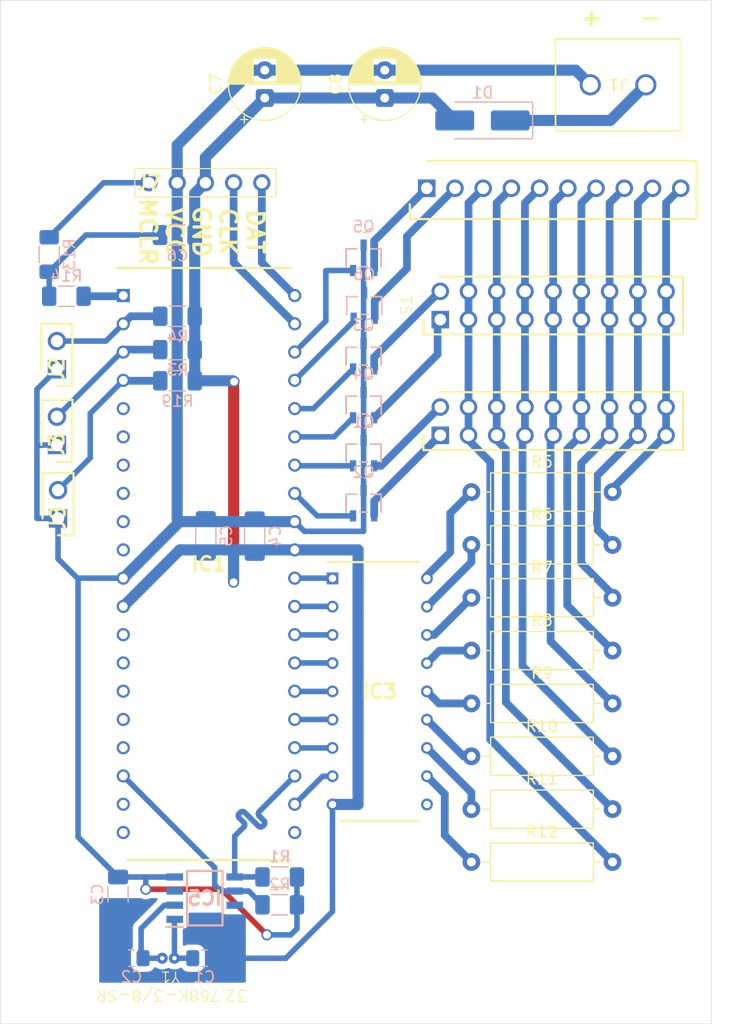
<source format=kicad_pcb>
(kicad_pcb (version 20241229) (generator "pcbnew") (generator_version "9.0")
  (layers (0 "F.Cu" signal) (2 "B.Cu" signal) (13 "F.Paste" user) (15 "B.Paste" user) (5 "F.SilkS" user "F.Silkscreen") (7 "B.SilkS" user "B.Silkscreen") (1 "F.Mask" user) (3 "B.Mask" user) (25 "Edge.Cuts" user))
  (net 0 "")
  (net 1 "Net-(IC5-X1)")
  (net 2 "Net-(IC5-X2)")
  (net 3 "/DP")
  (net 4 "Net-(IC1-RA1)")
  (net 6 "Net-(IC1-RA0)")
  (net 9 "PIC_A")
  (net 10 "/G")
  (net 11 "Net-(IC1-~{MCLR}{slash}VPP{slash}RE3)")
  (net 12 "/A")
  (net 13 "Net-(IC1-RA2)")
  (net 14 "PIC_E")
  (net 16 "PIC_B")
  (net 17 "/E")
  (net 18 "/B")
  (net 22 "/F")
  (net 23 "Net-(Q4-C)")
  (net 24 "Net-(Q1-C)")
  (net 25 "PIC_F")
  (net 26 "PIC_D")
  (net 29 "PIC_C")
  (net 31 "/D")
  (net 32 "PIC_G")
  (net 34 "/C")
  (net 37 "ICSP_CLK")
  (net 38 "PIC_DP")
  (net 39 "ICSP_DAT")
  (net 43 "SDA")
  (net 44 "SCL")
  (net 45 "A_1")
  (net 46 "A_2")
  (net 47 "A_3")
  (net 48 "A_4")
  (net 49 "A_5")
  (net 50 "A_6")
  (net 51 "/A'")
  (net 52 "/E'")
  (net 53 "/DP'")
  (net 54 "/C'")
  (net 55 "/F'")
  (net 56 "/B'")
  (net 57 "/D'")
  (net 58 "/G'")
  (net 59 "Net-(J7-Pad1)")
  (net 60 "VDD_P")
  (net 61 "VCC_P")
  (net 62 "Net-(C6-Pad1)")
  (net 64 "Net-(Q2-C)")
  (net 65 "Net-(Q3-C)")
  (net 66 "Net-(Q5-C)")
  (net 67 "Net-(Q6-C)")
  (net 68 "Net-(D1-K)")
  (footprint "Resistor_THT:R_Axial_DIN0309_L9.0mm_D3.2mm_P12.70mm_Horizontal" (layer "F.Cu") (at 197.4 109.7)
    (property "Reference" "R11")
    (property "Value" "330ohm")
  )
  (footprint "Resistor_THT:R_Axial_DIN0309_L9.0mm_D3.2mm_P12.70mm_Horizontal" (layer "F.Cu") (at 197.4 81.2)
    (property "Reference" "R5")
    (property "Value" "330ohm")
  )
  (footprint "My parts:Screen_connector_footprint_parraler" (layer "F.Cu") (at 204.26 74.6 90)
    (property "Reference" "S1")
    (property "Value" "S" (hide yes))
  )
  (footprint "Resistor_THT:R_Axial_DIN0309_L9.0mm_D3.2mm_P12.70mm_Horizontal" (layer "F.Cu") (at 197.4 104.95)
    (property "Reference" "R10")
    (property "Value" "330ohm")
  )
  (footprint "Capacitor_THT:CP_Radial_D6.3mm_P2.50mm" (layer "F.Cu") (at 189.6 45.78238 90)
    (property "Reference" "C8")
    (property "Value" "100uF")
  )
  (footprint "Resistor_THT:R_Axial_DIN0309_L9.0mm_D3.2mm_P12.70mm_Horizontal" (layer "F.Cu") (at 197.4 95.45)
    (property "Reference" "R8")
    (property "Value" "330ohm")
  )
  (footprint "Resistor_THT:R_Axial_DIN0309_L9.0mm_D3.2mm_P12.70mm_Horizontal" (layer "F.Cu") (at 197.4 85.95)
    (property "Reference" "R6")
    (property "Value" "330ohm")
  )
  (footprint "Resistor_THT:R_Axial_DIN0309_L9.0mm_D3.2mm_P12.70mm_Horizontal" (layer "F.Cu") (at 197.4 90.7)
    (property "Reference" "R7")
    (property "Value" "330ohm")
  )
  (footprint "My parts:DIP850W46P254L2324H393Q18N" (layer "F.Cu") (at 189.15 99.12)
    (property "Reference" "IC3")
    (property "Value" "ULN2804A" (hide yes))
  )
  (footprint "Resistor_THT:R_Axial_DIN0309_L9.0mm_D3.2mm_P12.70mm_Horizontal" (layer "F.Cu") (at 197.4 114.45)
    (property "Reference" "R12")
    (property "Value" "330ohm")
  )
  (footprint "Crystal:32.768KHz Vertical 3_8mm" (layer "F.Cu") (at 170.125 123.1 180)
    (property "Reference" "Y1")
    (property "Value" "32.768kHz" (hide yes))
  )
  (footprint "SamacSys_Parts:HDRV2W64P0X254_1X2_508X254X588P" (layer "F.Cu") (at 160.1 76.97 90)
    (property "Reference" "J3")
    (property "Value" "+ nastavení času" (hide yes))
  )
  (footprint "Resistor_THT:R_Axial_DIN0309_L9.0mm_D3.2mm_P12.70mm_Horizontal" (layer "F.Cu") (at 197.4 100.2)
    (property "Reference" "R9")
    (property "Value" "330ohm")
  )
  (footprint "My parts:TSW-105-XX-YY-S" (layer "F.Cu") (at 168.38 53.4)
    (property "Reference" "J7")
    (property "Value" "TSW-105-07-G-S" (hide yes))
  )
  (footprint "SamacSys_Parts:HDRV2W64P0X254_1X2_508X254X588P" (layer "F.Cu") (at 160.2 83.57 90)
    (property "Reference" "J8")
    (property "Value" "přepínání mezi číslicemi" (hide yes))
  )
  (footprint "My parts:CONN_DG126-5.0-02P_DEG" (layer "F.Cu") (at 213.1 44.6 180)
    (property "Reference" "J1")
    (property "Value" "DG126-5.0-02P-14-00A")
  )
  (footprint "Capacitor_THT:CP_Radial_D6.3mm_P2.50mm" (layer "F.Cu") (at 178.8 45.78238 90)
    (property "Reference" "C7")
    (property "Value" "100uF")
  )
  (footprint "My parts:DIP1543W58P254L5175H635Q40N" (layer "F.Cu") (at 173.785 87.67)
    (property "Reference" "IC1")
    (property "Value" "PIC18F47Q43-I_P" (hide yes))
  )
  (footprint "SamacSys_Parts:HDRV2W64P0X254_1X2_508X254X588P" (layer "F.Cu") (at 160.1 70.17 90)
    (property "Reference" "J2")
    (property "Value" "- nastavení času" (hide yes))
  )
  (footprint "Resistor_SMD:R_1206_3216Metric_Pad1.30x1.75mm_HandSolder" (layer "B.Cu") (at 170.95 71.2)
    (property "Reference" "R19")
    (property "Value" "4.7k")
  )
  (footprint "Capacitor_SMD:C_1206_3216Metric_Pad1.33x1.80mm_HandSolder" (layer "B.Cu") (at 165.6 117.3625 -90)
    (property "Reference" "C3")
    (property "Value" "100nF")
  )
  (footprint "My parts:TRANS_DTA113ZCAH_ROM" (layer "B.Cu") (at 187.700001 68.993 180)
    (property "Reference" "Q3")
    (property "Value" "DTA123JCAT116" (hide yes))
  )
  (footprint "My parts:TRANS_DTA113ZCAH_ROM" (layer "B.Cu") (at 187.700001 73.386 180)
    (property "Reference" "Q4")
    (property "Value" "DTA123JCAT116" (hide yes))
  )
  (footprint "Resistor_SMD:R_1206_3216Metric_Pad1.30x1.75mm_HandSolder" (layer "B.Cu") (at 159.4 59.85 90)
    (property "Reference" "R13")
    (property "Value" "4.7k")
  )
  (footprint "Capacitor_SMD:C_1206_3216Metric_Pad1.33x1.80mm_HandSolder" (layer "B.Cu") (at 173.5 85.1375 90)
    (property "Reference" "C5")
    (property "Value" "100nF")
  )
  (footprint "My parts:TRANS_DTA113ZCAH_ROM" (layer "B.Cu") (at 187.750001 64.436 180)
    (property "Reference" "Q6")
    (property "Value" "DTA123JCAT116" (hide yes))
  )
  (footprint "Resistor_SMD:R_1206_3216Metric_Pad1.30x1.75mm_HandSolder" (layer "B.Cu") (at 170.95 68.4)
    (property "Reference" "R3")
    (property "Value" "4.7k")
  )
  (footprint "Resistor_SMD:R_1206_3216Metric_Pad1.30x1.75mm_HandSolder" (layer "B.Cu") (at 180.15 118.3 180)
    (property "Reference" "R2")
    (property "Value" "4.7k")
  )
  (footprint "My parts:SOIC127P600X175-8N" (layer "B.Cu") (at 173.4 117.7)
    (property "Reference" "IC5")
    (property "Value" "MCP7940M-I_SN" (hide yes))
  )
  (footprint "My parts:TRANS_DTA113ZCAH_ROM" (layer "B.Cu") (at 187.7 77.7 180)
    (property "Reference" "Q1")
    (property "Value" "DTA123JCAT116" (hide yes))
  )
  (footprint "Resistor_SMD:R_1206_3216Metric_Pad1.30x1.75mm_HandSolder" (layer "B.Cu") (at 180.15 115.8 180)
    (property "Reference" "R1")
    (property "Value" "4.7k")
  )
  (footprint "Capacitor_SMD:C_1206_3216Metric_Pad1.33x1.80mm_HandSolder" (layer "B.Cu") (at 170.9375 58.1)
    (property "Reference" "C6")
    (property "Value" "100nF")
  )
  (footprint "Capacitor_SMD:C_1206_3216Metric_Pad1.33x1.80mm_HandSolder" (layer "B.Cu") (at 177.9 85.1625 90)
    (property "Reference" "C4")
    (property "Value" "100nF")
  )
  (footprint "Resistor_SMD:R_1206_3216Metric_Pad1.30x1.75mm_HandSolder" (layer "B.Cu") (at 170.95 65.4)
    (property "Reference" "R4")
    (property "Value" "4.7k")
  )
  (footprint "Resistor_SMD:R_1206_3216Metric_Pad1.30x1.75mm_HandSolder" (layer "B.Cu") (at 160.95 63.6 180)
    (property "Reference" "R14")
    (property "Value" "470R")
  )
  (footprint "My parts:TRANS_DTA113ZCAH_ROM" (layer "B.Cu") (at 187.700001 60.143 180)
    (property "Reference" "Q5")
    (property "Value" "DTA123JCAT116" (hide yes))
  )
  (footprint "Diode_SMD:D_SMA_Handsoldering" (layer "B.Cu") (at 198.4 47.8 180)
    (property "Reference" "D1")
    (property "Value" "M7 SMD T/R")
  )
  (footprint "My parts:TRANS_DTA113ZCAH_ROM" (layer "B.Cu") (at 187.7 82.2 180)
    (property "Reference" "Q2")
    (property "Value" "DTA123JCAT116" (hide yes))
  )
  (footprint "Capacitor_SMD:C_0805_2012Metric_Pad1.18x1.45mm_HandSolder" (layer "B.Cu") (at 166.8125 123.1)
    (property "Reference" "C2")
    (property "Value" "7pF")
  )
  (footprint "Capacitor_SMD:C_0805_2012Metric_Pad1.18x1.45mm_HandSolder" (layer "B.Cu") (at 173.3625 123.1)
    (property "Reference" "C1")
    (property "Value" "7pF")
  )
  (gr_line (start 187 37) (end 219 37) (stroke (width 0.05)) (layer "Edge.Cuts"))
  (gr_line (start 219 129) (end 155 129) (stroke (width 0.05)) (layer "Edge.Cuts"))
  (gr_line (start 219 37) (end 219 76) (stroke (width 0.05)) (layer "Edge.Cuts"))
  (gr_line (start 219 76) (end 219 129) (stroke (width 0.05)) (layer "Edge.Cuts"))
  (gr_line (start 155 129) (end 155 37) (stroke (width 0.05)) (layer "Edge.Cuts"))
  (gr_line (start 155 37) (end 187 37) (stroke (width 0.05)) (layer "Edge.Cuts"))
  (gr_text "+   -" (at 207.1 37.9 180) (layer "F.SilkS") (effects (font (size 1.5 1.5) (thickness 0.3) (bold yes)) (justify left bottom mirror)))
  (gr_text "DAT\nCLK\nGND\nVCC\nMCLR" (at 167.4 57.8 270) (layer "F.SilkS") (effects (font (size 1.5 1.5) (thickness 0.3) (bold yes)) (justify bottom)))
  (segment (start 170.675 123.1) (end 172.5 123.1) (width 0.5) (layer "B.Cu") (net 1))
  (segment (start 170.675 119.63) (end 170.7 119.605) (width 0.5) (layer "B.Cu") (net 1))
  (segment (start 170.675 123.1) (end 170.675 119.63) (width 0.5) (layer "B.Cu") (net 1))
  (segment (start 167.675 123.1) (end 167.675 120.425) (width 0.5) (layer "B.Cu") (net 2))
  (segment (start 169.765 118.335) (end 170.7 118.335) (width 0.5) (layer "B.Cu") (net 2))
  (segment (start 167.675 123.1) (end 169.575 123.1) (width 0.5) (layer "B.Cu") (net 2))
  (segment (start 167.675 120.425) (end 169.765 118.335) (width 0.5) (layer "B.Cu") (net 2))
  (segment (start 193.4 88.96) (end 193.4 88.7) (width 0.7) (layer "B.Cu") (net 3))
  (segment (start 195.5 83.1) (end 197.4 81.2) (width 0.7) (layer "B.Cu") (net 3))
  (segment (start 193.4 88.7) (end 195.5 86.6) (width 0.7) (layer "B.Cu") (net 3))
  (segment (start 195.5 86.6) (end 195.5 83.1) (width 0.7) (layer "B.Cu") (net 3))
  (segment (start 166.29 68.4) (end 166.07 68.62) (width 0.7) (layer "B.Cu") (net 4))
  (segment (start 165.91 68.62) (end 166.07 68.62) (width 0.5) (layer "B.Cu") (net 4))
  (segment (start 160.1 74.43) (end 165.91 68.62) (width 0.5) (layer "B.Cu") (net 4))
  (segment (start 169.4 68.4) (end 166.29 68.4) (width 0.7) (layer "B.Cu") (net 4))
  (segment (start 164.52 67.63) (end 166.07 66.08) (width 0.5) (layer "B.Cu") (net 6))
  (segment (start 169.4 65.4) (end 166.75 65.4) (width 0.7) (layer "B.Cu") (net 6))
  (segment (start 160.1 67.63) (end 164.52 67.63) (width 0.5) (layer "B.Cu") (net 6))
  (segment (start 166.75 65.4) (end 166.07 66.08) (width 0.7) (layer "B.Cu") (net 6))
  (segment (start 184.88 91.48) (end 184.9 91.5) (width 0.5) (layer "B.Cu") (net 9))
  (segment (start 181.5 91.48) (end 184.88 91.48) (width 0.5) (layer "B.Cu") (net 9))
  (segment (start 197.4 87.5) (end 197.4 85.95) (width 0.7) (layer "B.Cu") (net 10))
  (segment (start 193.4 91.5) (end 197.4 87.5) (width 0.7) (layer "B.Cu") (net 10))
  (segment (start 166.01 63.6) (end 166.07 63.54) (width 0.7) (layer "B.Cu") (net 11))
  (segment (start 162.5 63.6) (end 166.01 63.6) (width 0.7) (layer "B.Cu") (net 11))
  (segment (start 195 108.34) (end 195 112.05) (width 0.7) (layer "B.Cu") (net 12))
  (segment (start 195 112.05) (end 197.4 114.45) (width 0.7) (layer "B.Cu") (net 12))
  (segment (start 193.4 106.74) (end 195 108.34) (width 0.7) (layer "B.Cu") (net 12))
  (segment (start 166.11 71.2) (end 166.07 71.16) (width 0.7) (layer "B.Cu") (net 13))
  (segment (start 163.1 78.13) (end 163.1 74.13) (width 0.5) (layer "B.Cu") (net 13))
  (segment (start 163.1 74.13) (end 166.07 71.16) (width 0.5) (layer "B.Cu") (net 13))
  (segment (start 160.2 81.03) (end 163.1 78.13) (width 0.5) (layer "B.Cu") (net 13))
  (segment (start 169.4 71.2) (end 166.11 71.2) (width 0.7) (layer "B.Cu") (net 13))
  (segment (start 181.5 101.64) (end 184.88 101.64) (width 0.5) (layer "B.Cu") (net 14))
  (segment (start 184.88 101.64) (end 184.9 101.66) (width 0.5) (layer "B.Cu") (net 14))
  (segment (start 181.52 94.04) (end 181.5 94.02) (width 0.5) (layer "B.Cu") (net 16))
  (segment (start 184.9 94.04) (end 181.52 94.04) (width 0.5) (layer "B.Cu") (net 16))
  (segment (start 194.53 95.45) (end 193.4 96.58) (width 0.7) (layer "B.Cu") (net 17))
  (segment (start 197.4 95.45) (end 194.53 95.45) (width 0.7) (layer "B.Cu") (net 17))
  (segment (start 197.4 109.7) (end 197.4 108.2) (width 0.7) (layer "B.Cu") (net 18))
  (segment (start 197.4 108.2) (end 193.4 104.2) (width 0.7) (layer "B.Cu") (net 18))
  (segment (start 194.06 94.04) (end 197.4 90.7) (width 0.7) (layer "B.Cu") (net 22))
  (segment (start 193.4 94.04) (end 194.06 94.04) (width 0.7) (layer "B.Cu") (net 22))
  (segment (start 194.36 68.819002) (end 194.36 65.9) (width 0.7) (layer "B.Cu") (net 23))
  (segment (start 188.650002 74.529) (end 194.36 68.819002) (width 0.7) (layer "B.Cu") (net 23))
  (segment (start 188.650001 78.843) (end 189.277 78.843) (width 0.7) (layer "B.Cu") (net 24))
  (segment (start 189.277 78.843) (end 194.36 73.76) (width 0.7) (layer "B.Cu") (net 24))
  (segment (start 184.9 104.2) (end 181.52 104.2) (width 0.5) (layer "B.Cu") (net 25))
  (segment (start 181.52 104.2) (end 181.5 104.18) (width 0.5) (layer "B.Cu") (net 25))
  (segment (start 181.52 99.12) (end 181.5 99.1) (width 0.5) (layer "B.Cu") (net 26))
  (segment (start 184.9 99.12) (end 181.52 99.12) (width 0.5) (layer "B.Cu") (net 26))
  (segment (start 184.88 96.56) (end 184.9 96.58) (width 0.5) (layer "B.Cu") (net 29))
  (segment (start 181.5 96.56) (end 184.88 96.56) (width 0.5) (layer "B.Cu") (net 29))
  (segment (start 197.4 100.2) (end 194.48 100.2) (width 0.7) (layer "B.Cu") (net 31))
  (segment (start 194.48 100.2) (end 193.4 99.12) (width 0.7) (layer "B.Cu") (net 31))
  (segment (start 181.5 109.26) (end 184.02 106.74) (width 0.5) (layer "B.Cu") (net 32))
  (segment (start 184.02 106.74) (end 184.9 106.74) (width 0.5) (layer "B.Cu") (net 32))
  (segment (start 196.69 104.95) (end 193.4 101.66) (width 0.7) (layer "B.Cu") (net 34))
  (segment (start 197.4 104.95) (end 196.69 104.95) (width 0.7) (layer "B.Cu") (net 34))
  (segment (start 176 53.4) (end 176 60.58) (width 0.7) (layer "B.Cu") (net 37))
  (segment (start 176 60.58) (end 181.5 66.08) (width 0.7) (layer "B.Cu") (net 37))
  (segment (start 184.88 88.94) (end 184.9 88.96) (width 0.5) (layer "B.Cu") (net 38))
  (segment (start 181.5 88.94) (end 184.88 88.94) (width 0.5) (layer "B.Cu") (net 38))
  (segment (start 181.5 63.54) (end 178.54 60.58) (width 0.7) (layer "B.Cu") (net 39))
  (segment (start 178.54 60.58) (end 178.54 53.4) (width 0.7) (layer "B.Cu") (net 39))
  (segment (start 176.997254 109.992383) (end 177.612437 110.607566) (width 0.5) (layer "B.Cu") (net 43))
  (segment (start 176.1 115.795) (end 176.1 112.12) (width 0.5) (layer "B.Cu") (net 43))
  (segment (start 176.502278 110.091378) (end 176.601274 109.992383) (width 0.5) (layer "B.Cu") (net 43))
  (segment (start 176.1 112.12) (end 176.919471 111.300529) (width 0.5) (layer "B.Cu") (net 43))
  (segment (start 178.623598 111.222746) (end 178.722592 111.123751) (width 0.5) (layer "B.Cu") (net 43))
  (segment (start 178.305398 109.914598) (end 178.404395 109.815604) (width 0.5) (layer "B.Cu") (net 43))
  (segment (start 176.1 115.795) (end 178.495 115.795) (width 0.5) (layer "B.Cu") (net 43))
  (segment (start 178.495 115.795) (end 178.5 115.8) (width 0.5) (layer "B.Cu") (net 43))
  (segment (start 177.612436 110.607564) (end 178.227618 111.222746) (width 0.5) (layer "B.Cu") (net 43))
  (segment (start 176.919472 110.904549) (end 176.502279 110.487356) (width 0.5) (layer "B.Cu") (net 43))
  (segment (start 178.722592 110.727771) (end 178.305398 110.310577) (width 0.5) (layer "B.Cu") (net 43))
  (segment (start 178.404395 109.815604) (end 181.5 106.72) (width 0.5) (layer "B.Cu") (net 43))
  (segment (start 177.612437 110.607566) (end 177.612436 110.607564) (width 0.5) (layer "B.Cu") (net 43))
  (arc (start 178.722592 111.123751) (mid 178.804602 110.925761) (end 178.722592 110.727771) (width 0.5) (layer "B.Cu") (net 43))
  (arc (start 176.502279 110.487356) (mid 176.420269 110.289367) (end 176.502278 110.091378) (width 0.5) (layer "B.Cu") (net 43))
  (arc (start 178.227618 111.222746) (mid 178.425608 111.304756) (end 178.623598 111.222746) (width 0.5) (layer "B.Cu") (net 43))
  (arc (start 176.601274 109.992383) (mid 176.799264 109.910373) (end 176.997254 109.992383) (width 0.5) (layer "B.Cu") (net 43))
  (arc (start 178.305398 110.310577) (mid 178.223388 110.112588) (end 178.305398 109.914598) (width 0.5) (layer "B.Cu") (net 43))
  (arc (start 176.919471 111.300529) (mid 177.001482 111.102539) (end 176.919472 110.904549) (width 0.5) (layer "B.Cu") (net 43))
  (segment (start 174.85 117.065) (end 176.1 117.065) (width 0.5) (layer "B.Cu") (net 44))
  (segment (start 178.6 118.3) (end 177.365 117.065) (width 0.5) (layer "B.Cu") (net 44))
  (segment (start 174.3 114.95) (end 166.07 106.72) (width 0.5) (layer "B.Cu") (net 44))
  (segment (start 174.3 116.515) (end 174.85 117.065) (width 0.5) (layer "B.Cu") (net 44))
  (segment (start 177.365 117.065) (end 176.1 117.065) (width 0.5) (layer "B.Cu") (net 44))
  (segment (start 174.3 114.95) (end 174.3 116.515) (width 0.5) (layer "B.Cu") (net 44))
  (segment (start 183.523 83.343) (end 181.5 81.32) (width 0.5) (layer "B.Cu") (net 45))
  (segment (start 186.749999 83.343) (end 183.523 83.343) (width 0.5) (layer "B.Cu") (net 45))
  (segment (start 186.749999 78.843) (end 181.563 78.843) (width 0.5) (layer "B.Cu") (net 46))
  (segment (start 181.563 78.843) (end 181.5 78.78) (width 0.5) (layer "B.Cu") (net 46))
  (segment (start 185.039 76.24) (end 186.75 74.529) (width 0.5) (layer "B.Cu") (net 47))
  (segment (start 181.5 76.24) (end 185.039 76.24) (width 0.5) (layer "B.Cu") (net 47))
  (segment (start 183.186 73.7) (end 186.75 70.136) (width 0.5) (layer "B.Cu") (net 48))
  (segment (start 181.5 73.7) (end 183.186 73.7) (width 0.5) (layer "B.Cu") (net 48))
  (segment (start 186.8 65.86) (end 186.8 65.579) (width 0.5) (layer "B.Cu") (net 49))
  (segment (start 181.5 71.16) (end 186.8 65.86) (width 0.5) (layer "B.Cu") (net 49))
  (segment (start 181.5 68.62) (end 184.3 65.82) (width 0.5) (layer "B.Cu") (net 50))
  (segment (start 184.614 61.286) (end 186.75 61.286) (width 0.5) (layer "B.Cu") (net 50))
  (segment (start 184.6 61.3) (end 184.614 61.286) (width 0.5) (layer "B.Cu") (net 50))
  (segment (start 184.3 65.82) (end 184.3 61.3) (width 0.5) (layer "B.Cu") (net 50))
  (segment (start 184.3 61.3) (end 184.6 61.3) (width 0.5) (layer "B.Cu") (net 50))
  (segment (start 197.14 55.215) (end 198.46 53.895) (width 0.7) (layer "B.Cu") (net 51))
  (segment (start 197.14 76.1) (end 197.14 55.215) (width 0.7) (layer "B.Cu") (net 51))
  (segment (start 210.1 114.45) (end 199.1 103.45) (width 0.7) (layer "B.Cu") (net 51))
  (segment (start 199.1 78.5) (end 196.9 76.3) (width 0.7) (layer "B.Cu") (net 51))
  (segment (start 199.1 103.45) (end 199.1 78.5) (width 0.7) (layer "B.Cu") (net 51))
  (segment (start 207.3 76.1) (end 207.3 55.215) (width 0.7) (layer "B.Cu") (net 52))
  (segment (start 207.3 55.215) (end 208.62 53.895) (width 0.7) (layer "B.Cu") (net 52))
  (segment (start 210.1 95.45) (end 206.023982 91.373982) (width 0.7) (layer "B.Cu") (net 52))
  (segment (start 206.023982 77.336018) (end 207.06 76.3) (width 0.7) (layer "B.Cu") (net 52))
  (segment (start 206.023982 91.373982) (end 206.023982 77.336018) (width 0.7) (layer "B.Cu") (net 52))
  (segment (start 214.92 76.1) (end 214.92 73.56) (width 0.7) (layer "B.Cu") (net 53))
  (segment (start 214.92 55.215) (end 216.24 53.895) (width 0.7) (layer "B.Cu") (net 53))
  (segment (start 214.92 73.56) (end 214.92 55.215) (width 0.7) (layer "B.Cu") (net 53))
  (segment (start 210.1 81.2) (end 210.1 80.88) (width 0.7) (layer "B.Cu") (net 53))
  (segment (start 210.1 80.88) (end 214.68 76.3) (width 0.7) (layer "B.Cu") (net 53))
  (segment (start 210.1 104.95) (end 202 96.85) (width 0.7) (layer "B.Cu") (net 54))
  (segment (start 202 96.85) (end 202 76.32) (width 0.7) (layer "B.Cu") (net 54))
  (segment (start 202 76.32) (end 201.98 76.3) (width 0.7) (layer "B.Cu") (net 54))
  (segment (start 202.22 55.215) (end 203.54 53.895) (width 0.7) (layer "B.Cu") (net 54))
  (segment (start 202.22 76.1) (end 202.22 55.215) (width 0.7) (layer "B.Cu") (net 54))
  (segment (start 209.84 76.1) (end 209.84 55.215) (width 0.7) (layer "B.Cu") (net 55))
  (segment (start 209.84 55.215) (end 211.16 53.895) (width 0.7) (layer "B.Cu") (net 55))
  (segment (start 207.282308 87.582308) (end 207.282308 78.617692) (width 0.7) (layer "B.Cu") (net 55))
  (segment (start 210.1 90.4) (end 207.282308 87.582308) (width 0.7) (layer "B.Cu") (net 55))
  (segment (start 210.1 90.7) (end 210.1 90.4) (width 0.7) (layer "B.Cu") (net 55))
  (segment (start 207.282308 78.617692) (end 209.6 76.3) (width 0.7) (layer "B.Cu") (net 55))
  (segment (start 200.5 100.1) (end 200.5 77.36) (width 0.7) (layer "B.Cu") (net 56))
  (segment (start 200.5 77.36) (end 199.44 76.3) (width 0.7) (layer "B.Cu") (net 56))
  (segment (start 199.68 55.215) (end 201 53.895) (width 0.7) (layer "B.Cu") (net 56))
  (segment (start 210.1 109.7) (end 200.5 100.1) (width 0.7) (layer "B.Cu") (net 56))
  (segment (start 199.68 76.1) (end 199.68 55.215) (width 0.7) (layer "B.Cu") (net 56))
  (segment (start 204.525975 94.625975) (end 204.525975 76.305975) (width 0.7) (layer "B.Cu") (net 57))
  (segment (start 210.1 100.2) (end 204.525975 94.625975) (width 0.7) (layer "B.Cu") (net 57))
  (segment (start 204.76 55.215) (end 206.08 53.895) (width 0.7) (layer "B.Cu") (net 57))
  (segment (start 204.525975 76.305975) (end 204.52 76.3) (width 0.7) (layer "B.Cu") (net 57))
  (segment (start 204.76 76.1) (end 204.76 55.215) (width 0.7) (layer "B.Cu") (net 57))
  (segment (start 208.699 79.741) (end 212.14 76.3) (width 0.7) (layer "B.Cu") (net 58))
  (segment (start 212.38 55.215) (end 213.7 53.895) (width 0.7) (layer "B.Cu") (net 58))
  (segment (start 208.699 84.549) (end 208.699 79.741) (width 0.7) (layer "B.Cu") (net 58))
  (segment (start 212.38 76.1) (end 212.38 55.215) (width 0.7) (layer "B.Cu") (net 58))
  (segment (start 210.1 85.95) (end 208.699 84.549) (width 0.7) (layer "B.Cu") (net 58))
  (segment (start 164.3 53.4) (end 168.38 53.4) (width 0.5) (layer "B.Cu") (net 59))
  (segment (start 159.4 58.3) (end 164.3 53.4) (width 0.5) (layer "B.Cu") (net 59))
  (segment (start 176 89.3) (end 176 71.312595) (width 1) (layer "F.Cu") (net 60))
  (segment (start 176 71.312595) (end 176.038884 71.273711) (width 0.7) (layer "F.Cu") (net 60))
  (via (at 176.038884 71.273711) (size 1) (drill 0.7) (layers "F.Cu" "B.Cu") (net 60))
  (via (at 176 89.3) (size 1) (drill 0.7) (layers "F.Cu" "B.Cu") (net 60))
  (segment (start 173.5 53.36) (end 173.46 53.4) (width 1) (layer "B.Cu") (net 60))
  (segment (start 173.46 53.4) (end 173.46 51.12238) (width 1) (layer "B.Cu") (net 60))
  (segment (start 180.7 123.1) (end 184.9 118.9) (width 0.5) (layer "B.Cu") (net 60))
  (segment (start 187.2 109.28) (end 187.2 86.4) (width 1) (layer "B.Cu") (net 60))
  (segment (start 175.965173 71.2) (end 176.038884 71.273711) (width 0.5) (layer "B.Cu") (net 60))
  (segment (start 172.5 58.1) (end 172.5 71.2) (width 1) (layer "B.Cu") (net 60))
  (segment (start 173.46 51.12238) (end 178.8 45.78238) (width 1) (layer "B.Cu") (net 60))
  (segment (start 187.2 86.4) (end 181.5 86.4) (width 1) (layer "B.Cu") (net 60))
  (segment (start 172.5 71.2) (end 175.965173 71.2) (width 1) (layer "B.Cu") (net 60))
  (segment (start 176 86.4) (end 181.5 86.4) (width 1) (layer "B.Cu") (net 60))
  (segment (start 193.88238 45.78238) (end 195.9 47.8) (width 1) (layer "B.Cu") (net 60))
  (segment (start 166.07 91.48) (end 171.15 86.4) (width 1) (layer "B.Cu") (net 60))
  (segment (start 171.15 86.4) (end 176 86.4) (width 1) (layer "B.Cu") (net 60))
  (segment (start 184.9 109.28) (end 187.2 109.28) (width 1) (layer "B.Cu") (net 60))
  (segment (start 178.8 45.78238) (end 189.6 45.78238) (width 1) (layer "B.Cu") (net 60))
  (segment (start 184.9 118.9) (end 184.9 109.28) (width 0.5) (layer "B.Cu") (net 60))
  (segment (start 176 86.4) (end 176 89.3) (width 1) (layer "B.Cu") (net 60))
  (segment (start 189.6 45.78238) (end 193.88238 45.78238) (width 1) (layer "B.Cu") (net 60))
  (segment (start 172.5 58.1) (end 172.5 54.36) (width 1) (layer "B.Cu") (net 60))
  (segment (start 172.5 54.36) (end 173.46 53.4) (width 1) (layer "B.Cu") (net 60))
  (segment (start 174.225 123.1) (end 180.7 123.1) (width 0.5) (layer "B.Cu") (net 60))
  (segment (start 179 121) (end 174.9 116.9) (width 0.5) (layer "F.Cu") (net 61))
  (segment (start 174.9 116.9) (end 168.1 116.9) (width 0.5) (layer "F.Cu") (net 61))
  (via (at 168.1 116.9) (size 1) (drill 0.7) (layers "F.Cu" "B.Cu") (net 61))
  (via (at 179 121) (size 1) (drill 0.7) (layers "F.Cu" "B.Cu") (net 61))
  (segment (start 170.92 53.4) (end 170.92 83.63) (width 1) (layer "B.Cu") (net 61))
  (segment (start 158.3 77) (end 158.3 71.97) (width 0.5) (layer "B.Cu") (net 61))
  (segment (start 181.7 120.440754) (end 181.7 118.3) (width 0.5) (layer "B.Cu") (net 61))
  (segment (start 170.92 83.63) (end 171.15 83.86) (width 0.7) (layer "B.Cu") (net 61))
  (segment (start 160.2 87.2) (end 160.2 83.57) (width 0.5) (layer "B.Cu") (net 61))
  (segment (start 177.66863 43.28238) (end 178.8 43.28238) (width 1) (layer "B.Cu") (net 61))
  (segment (start 166.07 88.94) (end 171.15 83.86) (width 1) (layer "B.Cu") (net 61))
  (segment (start 158.3 83.57) (end 158.3 77) (width 0.5) (layer "B.Cu") (net 61))
  (segment (start 158.3 71.97) (end 160.1 70.17) (width 0.5) (layer "B.Cu") (net 61))
  (segment (start 160.1 76.97) (end 158.804 76.97) (width 0.5) (layer "B.Cu") (net 61))
  (segment (start 171.15 83.86) (end 181.5 83.86) (width 1) (layer "B.Cu") (net 61))
  (segment (start 206.78238 43.28238) (end 189.6 43.28238) (width 1) (layer "B.Cu") (net 61))
  (segment (start 170.695 115.8) (end 170.7 115.795) (width 0.5) (layer "B.Cu") (net 61))
  (segment (start 165.6 115.8) (end 168.1 115.8) (width 0.5) (layer "B.Cu") (net 61))
  (segment (start 166.07 88.94) (end 161.94 88.94) (width 0.5) (layer "B.Cu") (net 61))
  (segment (start 179 121) (end 181.140754 121) (width 0.5) (layer "B.Cu") (net 61))
  (segment (start 168.1 116.9) (end 168.1 115.8) (width 0.5) (layer "B.Cu") (net 61))
  (segment (start 162 112.2) (end 162 88.94) (width 0.5) (layer "B.Cu") (net 61))
  (segment (start 187.7 84.729) (end 187.7 61.13046) (width 0.5) (layer "B.Cu") (net 61))
  (segment (start 158.804 76.97) (end 158.774 77) (width 0.5) (layer "B.Cu") (net 61))
  (segment (start 181.5 83.86) (end 182.369 84.729) (width 0.5) (layer "B.Cu") (net 61))
  (segment (start 170.92 50.03101) (end 177.66863 43.28238) (width 1) (layer "B.Cu") (net 61))
  (segment (start 168.1 115.8) (end 170.695 115.8) (width 0.5) (layer "B.Cu") (net 61))
  (segment (start 187.706709 61.123751) (end 187.700001 61.117043) (width 0.5) (layer "B.Cu") (net 61))
  (segment (start 178.8 43.28238) (end 189.6 43.28238) (width 1) (layer "B.Cu") (net 61))
  (segment (start 161.94 88.94) (end 160.2 87.2) (width 0.5) (layer "B.Cu") (net 61))
  (segment (start 187.700001 61.117043) (end 187.700001 59) (width 0.5) (layer "B.Cu") (net 61))
  (segment (start 208.1 44.6) (end 206.78238 43.28238) (width 1) (layer "B.Cu") (net 61))
  (segment (start 170.92 53.4) (end 170.92 50.03101) (width 1) (layer "B.Cu") (net 61))
  (segment (start 181.7 118.3) (end 181.7 115.8) (width 0.5) (layer "B.Cu") (net 61))
  (segment (start 160.2 83.57) (end 158.3 83.57) (width 0.5) (layer "B.Cu") (net 61))
  (segment (start 187.7 61.13046) (end 187.706709 61.123751) (width 0.5) (layer "B.Cu") (net 61))
  (segment (start 165.6 115.8) (end 162 112.2) (width 0.5) (layer "B.Cu") (net 61))
  (segment (start 182.369 84.729) (end 187.7 84.729) (width 0.5) (layer "B.Cu") (net 61))
  (segment (start 158.3 77) (end 158.774 77) (width 0.5) (layer "B.Cu") (net 61))
  (segment (start 181.140754 121) (end 181.7 120.440754) (width 0.5) (layer "B.Cu") (net 61))
  (segment (start 162.7 58.1) (end 169.375 58.1) (width 0.5) (layer "B.Cu") (net 62))
  (segment (start 159.4 63.6) (end 159.4 61.4) (width 0.5) (layer "B.Cu") (net 62))
  (segment (start 159.4 61.4) (end 162.7 58.1) (width 0.5) (layer "B.Cu") (net 62))
  (segment (start 188.650001 82.009999) (end 194.36 76.3) (width 0.7) (layer "B.Cu") (net 64))
  (segment (start 188.650001 83.343) (end 188.650001 82.009999) (width 0.7) (layer "B.Cu") (net 64))
  (segment (start 188.650002 70.136) (end 188.650002 69.069998) (width 0.7) (layer "B.Cu") (net 65))
  (segment (start 188.650002 69.069998) (end 194.36 63.36) (width 0.7) (layer "B.Cu") (net 65))
  (segment (start 188.650002 61.286) (end 188.650002 58.624998) (width 0.7) (layer "B.Cu") (net 66))
  (segment (start 188.650002 58.624998) (end 193.38 53.895) (width 0.7) (layer "B.Cu") (net 66))
  (segment (start 191.6 58.215) (end 191.6 61.1) (width 0.7) (layer "B.Cu") (net 67))
  (segment (start 195.92 53.895) (end 191.6 58.215) (width 0.7) (layer "B.Cu") (net 67))
  (segment (start 191.6 61.1) (end 188.700002 63.999998) (width 0.7) (layer "B.Cu") (net 67))
  (segment (start 188.700002 63.999998) (end 188.700002 65.579) (width 0.7) (layer "B.Cu") (net 67))
  (segment (start 209.9 47.8) (end 213.1 44.6) (width 1) (layer "B.Cu") (net 68))
  (segment (start 200.9 47.8) (end 209.9 47.8) (width 1) (layer "B.Cu") (net 68))
  (zone (net 60) (net_name "VDD_P") (layer "B.Cu") (connect_pads yes (clearance 0.5)) (min_thickness 0.25) (fill yes (thermal_gap 0.5) (thermal_bridge_width 0.5))
    (polygon (pts (xy 163.9 117.7) (xy 171.9 117.7) (xy 171.9 119) (xy 177.1 119) (xy 177.1 125.3) (xy 163.9 125.3)))
  )
)
</source>
